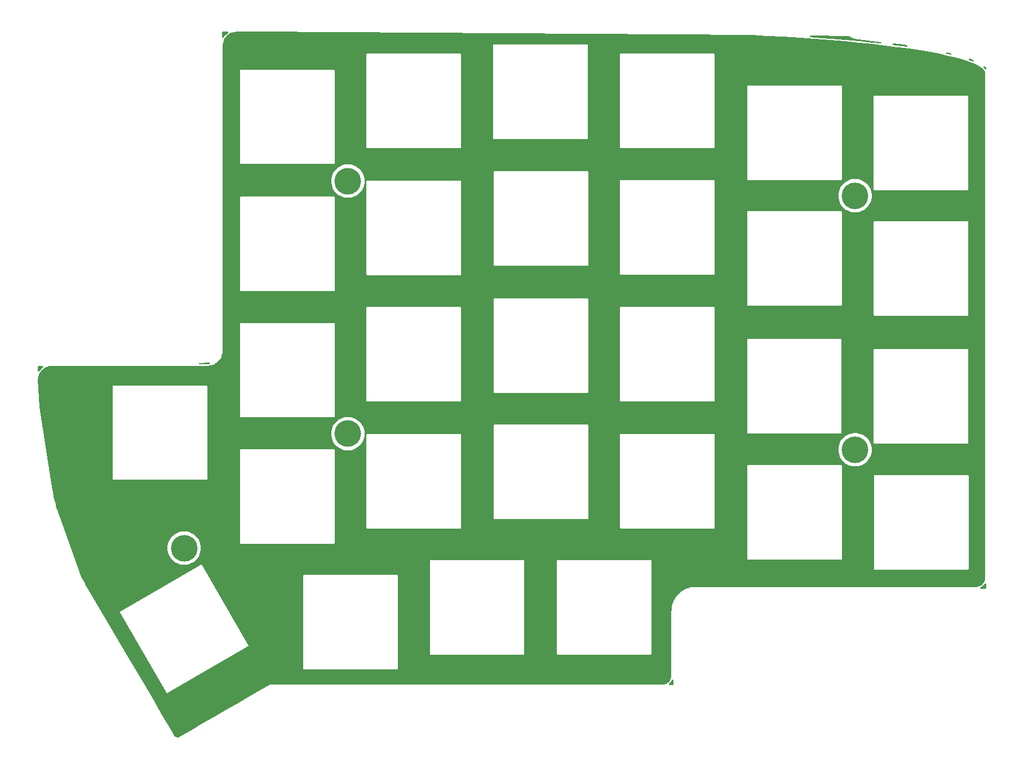
<source format=gtl>
G04 #@! TF.GenerationSoftware,KiCad,Pcbnew,7.0.10*
G04 #@! TF.CreationDate,2024-04-22T20:11:16+02:00*
G04 #@! TF.ProjectId,Lily58_Pro_TOP,4c696c79-3538-45f5-9072-6f5f544f502e,rev?*
G04 #@! TF.SameCoordinates,Original*
G04 #@! TF.FileFunction,Copper,L1,Top*
G04 #@! TF.FilePolarity,Positive*
%FSLAX46Y46*%
G04 Gerber Fmt 4.6, Leading zero omitted, Abs format (unit mm)*
G04 Created by KiCad (PCBNEW 7.0.10) date 2024-04-22 20:11:16*
%MOMM*%
%LPD*%
G01*
G04 APERTURE LIST*
G04 #@! TA.AperFunction,ComponentPad*
%ADD10C,4.000000*%
G04 #@! TD*
G04 APERTURE END LIST*
D10*
X129600000Y-57700000D03*
X205800000Y-59900000D03*
X205800000Y-98100000D03*
X129600000Y-95700000D03*
X105000000Y-112900000D03*
G04 #@! TA.AperFunction,NonConductor*
G36*
X111510367Y-35205647D02*
G01*
X111578344Y-35226122D01*
X111624462Y-35280101D01*
X111634076Y-35350443D01*
X111604133Y-35414817D01*
X111590279Y-35427775D01*
X111586373Y-35431889D01*
X111575197Y-35442312D01*
X111271074Y-35693227D01*
X111258572Y-35702313D01*
X111256894Y-35703381D01*
X111252206Y-35707527D01*
X111248062Y-35712214D01*
X111246988Y-35713902D01*
X111237909Y-35726398D01*
X110987039Y-36030575D01*
X110976618Y-36041754D01*
X110975059Y-36043234D01*
X110971296Y-36048144D01*
X110968156Y-36053472D01*
X110967366Y-36055476D01*
X110960911Y-36069320D01*
X110933198Y-36120420D01*
X110883140Y-36170766D01*
X110813809Y-36186056D01*
X110747218Y-36161436D01*
X110704509Y-36104722D01*
X110696439Y-36059833D01*
X110699476Y-35326352D01*
X110719760Y-35258318D01*
X110773608Y-35212048D01*
X110826350Y-35200880D01*
X111510367Y-35205647D01*
G37*
G04 #@! TD.AperFunction*
G04 #@! TA.AperFunction,NonConductor*
G36*
X204782383Y-35855626D02*
G01*
X204837847Y-35868923D01*
X205700000Y-36300000D01*
X209664439Y-36782161D01*
X209729646Y-36810241D01*
X209769321Y-36869117D01*
X209770866Y-36940097D01*
X209733792Y-37000645D01*
X209669869Y-37031537D01*
X209634902Y-37032422D01*
X208455131Y-36897426D01*
X208452021Y-36896837D01*
X208430255Y-36894573D01*
X208428970Y-36894432D01*
X208407207Y-36891942D01*
X208404025Y-36891845D01*
X206433174Y-36686873D01*
X206430314Y-36686361D01*
X206408160Y-36684267D01*
X206406990Y-36684151D01*
X206384908Y-36681855D01*
X206381996Y-36681795D01*
X204320716Y-36487044D01*
X204318055Y-36486591D01*
X204295711Y-36484676D01*
X204294629Y-36484579D01*
X204272204Y-36482461D01*
X204269501Y-36482429D01*
X202366465Y-36319331D01*
X202121267Y-36298316D01*
X202118763Y-36297913D01*
X202096019Y-36296149D01*
X202095011Y-36296067D01*
X202072534Y-36294141D01*
X202070011Y-36294133D01*
X199838599Y-36121096D01*
X199836258Y-36120738D01*
X199813509Y-36119147D01*
X199812565Y-36119077D01*
X199789688Y-36117304D01*
X199787294Y-36117315D01*
X199198575Y-36076162D01*
X199076364Y-36067619D01*
X199009805Y-36042917D01*
X198967166Y-35986150D01*
X198961987Y-35915342D01*
X198995912Y-35852975D01*
X199058169Y-35818850D01*
X199086024Y-35815930D01*
X204782383Y-35855626D01*
G37*
G04 #@! TD.AperFunction*
G04 #@! TA.AperFunction,NonConductor*
G36*
X213096645Y-37199592D02*
G01*
X213103304Y-37200583D01*
X213475026Y-37266181D01*
X213578080Y-37284367D01*
X213641688Y-37315903D01*
X213678149Y-37376822D01*
X213675886Y-37447783D01*
X213635619Y-37506256D01*
X213570131Y-37533676D01*
X213538853Y-37533253D01*
X212212887Y-37349135D01*
X212209130Y-37348333D01*
X212188276Y-37345707D01*
X212186701Y-37345499D01*
X212165763Y-37342592D01*
X212161927Y-37342388D01*
X211556906Y-37266181D01*
X211491819Y-37237823D01*
X211452396Y-37178778D01*
X211451153Y-37107792D01*
X211488486Y-37047403D01*
X211552540Y-37016784D01*
X211587859Y-37016091D01*
X213096645Y-37199592D01*
G37*
G04 #@! TD.AperFunction*
G04 #@! TA.AperFunction,NonConductor*
G36*
X219657153Y-38357144D02*
G01*
X219893581Y-38398867D01*
X219906272Y-38401792D01*
X220122664Y-38463618D01*
X220165940Y-38475983D01*
X220225945Y-38513930D01*
X220255908Y-38578294D01*
X220246317Y-38648640D01*
X220200217Y-38702633D01*
X220132244Y-38723132D01*
X220101747Y-38719614D01*
X219769641Y-38639411D01*
X219762440Y-38637168D01*
X219758848Y-38636402D01*
X219758846Y-38636401D01*
X219746241Y-38633714D01*
X219742972Y-38632971D01*
X219742827Y-38632936D01*
X219730449Y-38629947D01*
X219730448Y-38629947D01*
X219726895Y-38629089D01*
X219719425Y-38627997D01*
X219608997Y-38604460D01*
X219546542Y-38570697D01*
X219512256Y-38508528D01*
X219517024Y-38437692D01*
X219559331Y-38380678D01*
X219625747Y-38355588D01*
X219657153Y-38357144D01*
G37*
G04 #@! TD.AperFunction*
G04 #@! TA.AperFunction,NonConductor*
G36*
X223063645Y-39303898D02*
G01*
X223385341Y-39395811D01*
X223413236Y-39407564D01*
X223583510Y-39504864D01*
X223632731Y-39556028D01*
X223646478Y-39625681D01*
X223620384Y-39691709D01*
X223562736Y-39733148D01*
X223491836Y-39736841D01*
X223475766Y-39731864D01*
X222983802Y-39542653D01*
X222927402Y-39499531D01*
X222903268Y-39432762D01*
X222919064Y-39363545D01*
X222969774Y-39313855D01*
X223039298Y-39299470D01*
X223063645Y-39303898D01*
G37*
G04 #@! TD.AperFunction*
G04 #@! TA.AperFunction,NonConductor*
G36*
X225252343Y-40459131D02*
G01*
X225262951Y-40464543D01*
X225288319Y-40479039D01*
X225436514Y-40563722D01*
X225485735Y-40614886D01*
X225500000Y-40673121D01*
X225500000Y-40750204D01*
X225479998Y-40818325D01*
X225426342Y-40864818D01*
X225356068Y-40874922D01*
X225291488Y-40845428D01*
X225270578Y-40822176D01*
X225244142Y-40784188D01*
X225239915Y-40777697D01*
X225235268Y-40770058D01*
X225235267Y-40770056D01*
X225235264Y-40770053D01*
X225233826Y-40768358D01*
X225233271Y-40767636D01*
X225232624Y-40767024D01*
X225231078Y-40765414D01*
X225223933Y-40759997D01*
X225217909Y-40755131D01*
X225118297Y-40669486D01*
X225079683Y-40609909D01*
X225079410Y-40538912D01*
X225117564Y-40479039D01*
X225182030Y-40449297D01*
X225252343Y-40459131D01*
G37*
G04 #@! TD.AperFunction*
G04 #@! TA.AperFunction,NonConductor*
G36*
X108798731Y-85033236D02*
G01*
X108846228Y-85086005D01*
X108857656Y-85156076D01*
X108829386Y-85221201D01*
X108770395Y-85260705D01*
X108745243Y-85265866D01*
X108481094Y-85292458D01*
X108468472Y-85293092D01*
X107323745Y-85293083D01*
X107255624Y-85273080D01*
X107209132Y-85219424D01*
X107199029Y-85149150D01*
X107228522Y-85084570D01*
X107288249Y-85046187D01*
X107321359Y-85041106D01*
X108730250Y-85014523D01*
X108798731Y-85033236D01*
G37*
G04 #@! TD.AperFunction*
G04 #@! TA.AperFunction,NonConductor*
G36*
X83794514Y-85505015D02*
G01*
X83842011Y-85557784D01*
X83853439Y-85627855D01*
X83825169Y-85692980D01*
X83808488Y-85709555D01*
X83520943Y-85946278D01*
X83508781Y-85955128D01*
X83506785Y-85956405D01*
X83502229Y-85960451D01*
X83498192Y-85965008D01*
X83496918Y-85967006D01*
X83488084Y-85979179D01*
X83238501Y-86283145D01*
X83228334Y-86294127D01*
X83226570Y-86295817D01*
X83226346Y-86296114D01*
X83225982Y-86296382D01*
X83219427Y-86302669D01*
X83218613Y-86301820D01*
X83169219Y-86338269D01*
X83098371Y-86342846D01*
X83036294Y-86308394D01*
X83002698Y-86245849D01*
X83000000Y-86219913D01*
X83000000Y-85623645D01*
X83020002Y-85555524D01*
X83073658Y-85509031D01*
X83123620Y-85497667D01*
X83726029Y-85486301D01*
X83794514Y-85505015D01*
G37*
G04 #@! TD.AperFunction*
G04 #@! TA.AperFunction,NonConductor*
G36*
X225421062Y-118209602D02*
G01*
X225476782Y-118253600D01*
X225499869Y-118320738D01*
X225500000Y-118326483D01*
X225500000Y-118874000D01*
X225479998Y-118942121D01*
X225426342Y-118988614D01*
X225374000Y-119000000D01*
X224734677Y-119000000D01*
X224666556Y-118979998D01*
X224620063Y-118926342D01*
X224609959Y-118856068D01*
X224639453Y-118791488D01*
X224674597Y-118763246D01*
X224832698Y-118677486D01*
X224846549Y-118671030D01*
X224848551Y-118670241D01*
X224848555Y-118670237D01*
X224853876Y-118667101D01*
X224858780Y-118663340D01*
X224858787Y-118663337D01*
X224860257Y-118661788D01*
X224871440Y-118651358D01*
X225072045Y-118485878D01*
X225084556Y-118476790D01*
X225086227Y-118475727D01*
X225086231Y-118475721D01*
X225090916Y-118471580D01*
X225095056Y-118466898D01*
X225095060Y-118466895D01*
X225096128Y-118465216D01*
X225105218Y-118452703D01*
X225270686Y-118252111D01*
X225281104Y-118240940D01*
X225282668Y-118239455D01*
X225282668Y-118239453D01*
X225287232Y-118235120D01*
X225350401Y-118202713D01*
X225421062Y-118209602D01*
G37*
G04 #@! TD.AperFunction*
G04 #@! TA.AperFunction,NonConductor*
G36*
X178449228Y-132696884D02*
G01*
X178491933Y-132753602D01*
X178500000Y-132797962D01*
X178500000Y-133374000D01*
X178479998Y-133442121D01*
X178426342Y-133488614D01*
X178374000Y-133500000D01*
X177927925Y-133500000D01*
X177859804Y-133479998D01*
X177813311Y-133426342D01*
X177803207Y-133356068D01*
X177832701Y-133291488D01*
X177847746Y-133276803D01*
X177931392Y-133207802D01*
X177943897Y-133198718D01*
X177945575Y-133197651D01*
X177945578Y-133197646D01*
X177945581Y-133197645D01*
X177950262Y-133193506D01*
X177954401Y-133188825D01*
X177954402Y-133188822D01*
X177954407Y-133188819D01*
X177955474Y-133187141D01*
X177964556Y-133174639D01*
X178130033Y-132974035D01*
X178140473Y-132962843D01*
X178142016Y-132961378D01*
X178142018Y-132961373D01*
X178145781Y-132956466D01*
X178148916Y-132951148D01*
X178148916Y-132951146D01*
X178148921Y-132951141D01*
X178149714Y-132949128D01*
X178156160Y-132935301D01*
X178263246Y-132737882D01*
X178313307Y-132687543D01*
X178382639Y-132672259D01*
X178449228Y-132696884D01*
G37*
G04 #@! TD.AperFunction*
G04 #@! TA.AperFunction,NonConductor*
G36*
X115882359Y-35236114D02*
G01*
X190321210Y-35754851D01*
X190326418Y-35754998D01*
X192490743Y-35861652D01*
X192491431Y-35861688D01*
X195000201Y-36001760D01*
X195000609Y-36001785D01*
X197437182Y-36154528D01*
X197437610Y-36154556D01*
X199797830Y-36319541D01*
X199798299Y-36319575D01*
X202078943Y-36496429D01*
X202079648Y-36496487D01*
X204276632Y-36684777D01*
X204277606Y-36684866D01*
X206387240Y-36884186D01*
X206388364Y-36884297D01*
X207662259Y-37016784D01*
X208407095Y-37094248D01*
X208408385Y-37094389D01*
X210332781Y-37314589D01*
X210334050Y-37314741D01*
X212160155Y-37544753D01*
X212161738Y-37544962D01*
X212327762Y-37568015D01*
X213886197Y-37784412D01*
X213887758Y-37784641D01*
X215506681Y-38033086D01*
X215508493Y-38033379D01*
X217017981Y-38290363D01*
X217020196Y-38290762D01*
X218416469Y-38555826D01*
X218419098Y-38556356D01*
X219698467Y-38829046D01*
X219701654Y-38829770D01*
X220859981Y-39109503D01*
X220863984Y-39110540D01*
X221892012Y-39395231D01*
X221897322Y-39396702D01*
X221902394Y-39398222D01*
X222806417Y-39689986D01*
X222812915Y-39692283D01*
X223326612Y-39889851D01*
X223582947Y-39988439D01*
X223591616Y-39992151D01*
X224222434Y-40290692D01*
X224234279Y-40297093D01*
X224719806Y-40594097D01*
X224736183Y-40606028D01*
X225070342Y-40893334D01*
X225091615Y-40916900D01*
X225274835Y-41180177D01*
X225294171Y-41223746D01*
X225354173Y-41483064D01*
X225357416Y-41511468D01*
X225357416Y-117327205D01*
X225356783Y-117339824D01*
X225329753Y-117608367D01*
X225324733Y-117633063D01*
X225305573Y-117694854D01*
X225250747Y-117871667D01*
X225241155Y-117894426D01*
X225124013Y-118110383D01*
X225110456Y-118130484D01*
X224955136Y-118318774D01*
X224938117Y-118335794D01*
X224749809Y-118491130D01*
X224729707Y-118504687D01*
X224513755Y-118621826D01*
X224490994Y-118631418D01*
X224252397Y-118705400D01*
X224227700Y-118710419D01*
X223959157Y-118737450D01*
X223946538Y-118738084D01*
X181841574Y-118738084D01*
X181832956Y-118737158D01*
X181832934Y-118737558D01*
X181823036Y-118736995D01*
X181823035Y-118736995D01*
X181818506Y-118737451D01*
X181805888Y-118738084D01*
X181801347Y-118738084D01*
X181801344Y-118738084D01*
X181791558Y-118739635D01*
X181791495Y-118739241D01*
X181783019Y-118741022D01*
X181114200Y-118808340D01*
X181099895Y-118808962D01*
X181096880Y-118808921D01*
X181091137Y-118809751D01*
X181085532Y-118811227D01*
X181082765Y-118812445D01*
X181069350Y-118817457D01*
X180437233Y-119013462D01*
X180422843Y-119017012D01*
X180420317Y-119017479D01*
X180414652Y-119019482D01*
X180409273Y-119022133D01*
X180407173Y-119023616D01*
X180394584Y-119031436D01*
X179823869Y-119341010D01*
X179810022Y-119347467D01*
X179809210Y-119347787D01*
X179808014Y-119348259D01*
X179802687Y-119351399D01*
X179797773Y-119355167D01*
X179796293Y-119356726D01*
X179785118Y-119367146D01*
X179288589Y-119776732D01*
X179276089Y-119785814D01*
X179274407Y-119786884D01*
X179269717Y-119791030D01*
X179265568Y-119795724D01*
X179264497Y-119797406D01*
X179255417Y-119809901D01*
X178845829Y-120306434D01*
X178835410Y-120317609D01*
X178833847Y-120319093D01*
X178830078Y-120324009D01*
X178826938Y-120329336D01*
X178826143Y-120331352D01*
X178819690Y-120345187D01*
X178510112Y-120915910D01*
X178502292Y-120928499D01*
X178500813Y-120930593D01*
X178498157Y-120935983D01*
X178496159Y-120941634D01*
X178495692Y-120944162D01*
X178492141Y-120958558D01*
X178296136Y-121590672D01*
X178291126Y-121604082D01*
X178289907Y-121606852D01*
X178288432Y-121612454D01*
X178287601Y-121618200D01*
X178287642Y-121621216D01*
X178287020Y-121635521D01*
X178219702Y-122304339D01*
X178217921Y-122312815D01*
X178218315Y-122312878D01*
X178216764Y-122322670D01*
X178216764Y-122327207D01*
X178216131Y-122339824D01*
X178215675Y-122344354D01*
X178216238Y-122354255D01*
X178215838Y-122354277D01*
X178216764Y-122362895D01*
X178216764Y-132049129D01*
X178216131Y-132061748D01*
X178189101Y-132330290D01*
X178184081Y-132354989D01*
X178110095Y-132593589D01*
X178100503Y-132616348D01*
X177983363Y-132832303D01*
X177969806Y-132852404D01*
X177814476Y-133040706D01*
X177797456Y-133057726D01*
X177609160Y-133213051D01*
X177589063Y-133226606D01*
X177469450Y-133291488D01*
X177373105Y-133343748D01*
X177350346Y-133353339D01*
X177111745Y-133427325D01*
X177087046Y-133432345D01*
X176818505Y-133459375D01*
X176805886Y-133460008D01*
X117910511Y-133460008D01*
X117891058Y-133455885D01*
X117891000Y-133456452D01*
X117871150Y-133454390D01*
X117871149Y-133454390D01*
X117847833Y-133459375D01*
X117823646Y-133464546D01*
X117819619Y-133466097D01*
X117801326Y-133474254D01*
X117798978Y-133475017D01*
X117782837Y-133486744D01*
X117781802Y-133485320D01*
X117771093Y-133494972D01*
X117484304Y-133661008D01*
X116147956Y-134434683D01*
X116118773Y-134451579D01*
X116118772Y-134451579D01*
X114472262Y-135404821D01*
X114472261Y-135404822D01*
X112796568Y-136374961D01*
X111120873Y-137345099D01*
X111120872Y-137345100D01*
X109445179Y-138315239D01*
X107769484Y-139285377D01*
X107769483Y-139285378D01*
X106093790Y-140255517D01*
X106093789Y-140255517D01*
X104406340Y-141232459D01*
X104404064Y-141233745D01*
X104244434Y-141321791D01*
X104222364Y-141331344D01*
X104140108Y-141357955D01*
X104112122Y-141363608D01*
X104025184Y-141371086D01*
X104013103Y-141371543D01*
X103943259Y-141370832D01*
X103907132Y-141365157D01*
X103845245Y-141345915D01*
X103830072Y-141340100D01*
X103745763Y-141301381D01*
X103731210Y-141293502D01*
X103625260Y-141226787D01*
X103594370Y-141199324D01*
X103532936Y-141123247D01*
X103522335Y-141107927D01*
X103123613Y-140429465D01*
X101841103Y-138247156D01*
X101841102Y-138247155D01*
X100159426Y-135385629D01*
X100159424Y-135385627D01*
X98477750Y-132524102D01*
X98477749Y-132524101D01*
X96796073Y-129662575D01*
X96796072Y-129662574D01*
X95114396Y-126801048D01*
X95114394Y-126801046D01*
X93432720Y-123939521D01*
X93432719Y-123939520D01*
X92574329Y-122478891D01*
X95331790Y-122478891D01*
X95333189Y-122505569D01*
X95333857Y-122508711D01*
X95350184Y-122536989D01*
X95366511Y-122565268D01*
X102229077Y-134451579D01*
X102325573Y-134618714D01*
X102325576Y-134618721D01*
X102366521Y-134689641D01*
X102368914Y-134691796D01*
X102391308Y-134706338D01*
X102397190Y-134708957D01*
X102422984Y-134715869D01*
X102426183Y-134716205D01*
X102426185Y-134716206D01*
X102426186Y-134716205D01*
X102429394Y-134716543D01*
X102456046Y-134715145D01*
X102459201Y-134714475D01*
X102459201Y-134714474D01*
X102459202Y-134714475D01*
X102502214Y-134689642D01*
X108750737Y-131082055D01*
X122897974Y-131082055D01*
X122898967Y-131085113D01*
X122911092Y-131108908D01*
X122914878Y-131114119D01*
X122933758Y-131132998D01*
X122938972Y-131136786D01*
X122962751Y-131148903D01*
X122965820Y-131149900D01*
X137031325Y-131149900D01*
X137034394Y-131148902D01*
X137058166Y-131136789D01*
X137060778Y-131134890D01*
X137060781Y-131134890D01*
X137060782Y-131134888D01*
X137063391Y-131132993D01*
X137082262Y-131114122D01*
X137084157Y-131111513D01*
X137084159Y-131111512D01*
X137084159Y-131111509D01*
X137086058Y-131108897D01*
X137098171Y-131085125D01*
X137099169Y-131082055D01*
X137099169Y-128831620D01*
X141898531Y-128831620D01*
X141899524Y-128834678D01*
X141911649Y-128858473D01*
X141915435Y-128863684D01*
X141934315Y-128882563D01*
X141939529Y-128886351D01*
X141963308Y-128898468D01*
X141966377Y-128899465D01*
X156031882Y-128899465D01*
X156034951Y-128898467D01*
X156058723Y-128886354D01*
X156061335Y-128884455D01*
X156061338Y-128884455D01*
X156061339Y-128884453D01*
X156063948Y-128882558D01*
X156082819Y-128863687D01*
X156084714Y-128861078D01*
X156084716Y-128861077D01*
X156084716Y-128861074D01*
X156086615Y-128858462D01*
X156098728Y-128834690D01*
X156099238Y-128833120D01*
X160999035Y-128833120D01*
X161000028Y-128836178D01*
X161012153Y-128859973D01*
X161015939Y-128865184D01*
X161034819Y-128884063D01*
X161040033Y-128887851D01*
X161063812Y-128899968D01*
X161066881Y-128900965D01*
X175132656Y-128900965D01*
X175135725Y-128899967D01*
X175159497Y-128887854D01*
X175162109Y-128885955D01*
X175162112Y-128885955D01*
X175162113Y-128885953D01*
X175164722Y-128884058D01*
X175183593Y-128865187D01*
X175185488Y-128862578D01*
X175185490Y-128862577D01*
X175185490Y-128862574D01*
X175187389Y-128859962D01*
X175199502Y-128836190D01*
X175200500Y-128833120D01*
X175200500Y-116081903D01*
X208648190Y-116081903D01*
X208649183Y-116084961D01*
X208661308Y-116108756D01*
X208665094Y-116113967D01*
X208683974Y-116132846D01*
X208689188Y-116136634D01*
X208712967Y-116148751D01*
X208716036Y-116149748D01*
X222781540Y-116149748D01*
X222784609Y-116148750D01*
X222808381Y-116136637D01*
X222810993Y-116134738D01*
X222810996Y-116134738D01*
X222810997Y-116134736D01*
X222813606Y-116132841D01*
X222832477Y-116113970D01*
X222834372Y-116111361D01*
X222834374Y-116111360D01*
X222834374Y-116111357D01*
X222836273Y-116108745D01*
X222848386Y-116084973D01*
X222849384Y-116081903D01*
X222849384Y-102016572D01*
X222848387Y-102013504D01*
X222836270Y-101989725D01*
X222832482Y-101984511D01*
X222813603Y-101965631D01*
X222808392Y-101961845D01*
X222784597Y-101949720D01*
X222781539Y-101948727D01*
X222781538Y-101948727D01*
X222764801Y-101948727D01*
X208781344Y-101948727D01*
X208716036Y-101948727D01*
X208716034Y-101948728D01*
X208712974Y-101949722D01*
X208689182Y-101961844D01*
X208683978Y-101965625D01*
X208665088Y-101984515D01*
X208661307Y-101989719D01*
X208649185Y-102013511D01*
X208648190Y-102016574D01*
X208648190Y-116081903D01*
X175200500Y-116081903D01*
X175200500Y-114767345D01*
X175199503Y-114764277D01*
X175187386Y-114740498D01*
X175183598Y-114735284D01*
X175164719Y-114716404D01*
X175159508Y-114712618D01*
X175135713Y-114700493D01*
X175132655Y-114699500D01*
X175132654Y-114699500D01*
X175115917Y-114699500D01*
X161132189Y-114699500D01*
X161066881Y-114699500D01*
X161066879Y-114699501D01*
X161063819Y-114700495D01*
X161040027Y-114712617D01*
X161034823Y-114716398D01*
X161015933Y-114735288D01*
X161012152Y-114740492D01*
X161000030Y-114764284D01*
X160999035Y-114767347D01*
X160999035Y-128833120D01*
X156099238Y-128833120D01*
X156099726Y-128831620D01*
X156099726Y-114766289D01*
X156098729Y-114763221D01*
X156086612Y-114739442D01*
X156082824Y-114734228D01*
X156063945Y-114715348D01*
X156058734Y-114711562D01*
X156034939Y-114699437D01*
X156031881Y-114698444D01*
X156031880Y-114698444D01*
X156015143Y-114698444D01*
X142031685Y-114698444D01*
X141966377Y-114698444D01*
X141966375Y-114698445D01*
X141963315Y-114699439D01*
X141939523Y-114711561D01*
X141934319Y-114715342D01*
X141915429Y-114734232D01*
X141911648Y-114739436D01*
X141899526Y-114763228D01*
X141898531Y-114766291D01*
X141898531Y-128831620D01*
X137099169Y-128831620D01*
X137099169Y-117016724D01*
X137098172Y-117013656D01*
X137086055Y-116989877D01*
X137082267Y-116984663D01*
X137063388Y-116965783D01*
X137058177Y-116961997D01*
X137034382Y-116949872D01*
X137031324Y-116948879D01*
X137031323Y-116948879D01*
X137014586Y-116948879D01*
X123031128Y-116948879D01*
X122965820Y-116948879D01*
X122965818Y-116948880D01*
X122962758Y-116949874D01*
X122938966Y-116961996D01*
X122933762Y-116965777D01*
X122914872Y-116984667D01*
X122911091Y-116989871D01*
X122898969Y-117013663D01*
X122897974Y-117016726D01*
X122897974Y-131082055D01*
X108750737Y-131082055D01*
X114591391Y-127709951D01*
X114615450Y-127699240D01*
X114623867Y-127696506D01*
X114623869Y-127696502D01*
X114632854Y-127689975D01*
X114640281Y-127681725D01*
X114640284Y-127681724D01*
X114640285Y-127681721D01*
X114642442Y-127679326D01*
X114656973Y-127656951D01*
X114658286Y-127654000D01*
X114658290Y-127653997D01*
X114658290Y-127653991D01*
X114658494Y-127653535D01*
X114660440Y-127650165D01*
X114661289Y-127647953D01*
X114662097Y-127644152D01*
X114662252Y-127643673D01*
X114662255Y-127643670D01*
X114662255Y-127643665D01*
X114665685Y-127633113D01*
X114666845Y-127622063D01*
X114666847Y-127622061D01*
X114666846Y-127622058D01*
X114667183Y-127618854D01*
X114665787Y-127592200D01*
X114665007Y-127588527D01*
X114664600Y-127584663D01*
X114663998Y-127582415D01*
X114662418Y-127578865D01*
X114662255Y-127578366D01*
X114662255Y-127578362D01*
X114650030Y-127561535D01*
X114642862Y-127550496D01*
X107640821Y-115422607D01*
X107636697Y-115415464D01*
X107636691Y-115415456D01*
X107632452Y-115408113D01*
X107632450Y-115408112D01*
X107630056Y-115405956D01*
X107607664Y-115391414D01*
X107601788Y-115388798D01*
X107575993Y-115381886D01*
X107569596Y-115381213D01*
X107542910Y-115382612D01*
X107539772Y-115383279D01*
X107530214Y-115388798D01*
X107525278Y-115391648D01*
X95415249Y-122383376D01*
X95391344Y-122397177D01*
X95358690Y-122416030D01*
X95356543Y-122418414D01*
X95341989Y-122440825D01*
X95339375Y-122446697D01*
X95332463Y-122472493D01*
X95331790Y-122478891D01*
X92574329Y-122478891D01*
X91751043Y-121077994D01*
X91751042Y-121077993D01*
X90134021Y-118326483D01*
X90084687Y-118242537D01*
X90082014Y-118237752D01*
X89923346Y-117938498D01*
X89918946Y-117930199D01*
X89918942Y-117930192D01*
X89774107Y-117657028D01*
X89774106Y-117657027D01*
X89624869Y-117375557D01*
X89624869Y-117375556D01*
X89538968Y-117213545D01*
X89536648Y-117209170D01*
X89529419Y-117192831D01*
X89466021Y-117016726D01*
X87984002Y-112900006D01*
X102486540Y-112900006D01*
X102506357Y-113215007D01*
X102506359Y-113215024D01*
X102565504Y-113525067D01*
X102565507Y-113525080D01*
X102663039Y-113825254D01*
X102663044Y-113825266D01*
X102797438Y-114110869D01*
X102797440Y-114110872D01*
X102797443Y-114110878D01*
X102966562Y-114377368D01*
X103167763Y-114620578D01*
X103167766Y-114620580D01*
X103167767Y-114620582D01*
X103397860Y-114836654D01*
X103653221Y-115022184D01*
X103929821Y-115174247D01*
X104223298Y-115290443D01*
X104529025Y-115368940D01*
X104529033Y-115368941D01*
X104529032Y-115368941D01*
X104642531Y-115383279D01*
X104842179Y-115408500D01*
X104842183Y-115408500D01*
X105157817Y-115408500D01*
X105157821Y-115408500D01*
X105470975Y-115368940D01*
X105776702Y-115290443D01*
X106070179Y-115174247D01*
X106346779Y-115022184D01*
X106602140Y-114836654D01*
X106832233Y-114620582D01*
X106864994Y-114580981D01*
X189599243Y-114580981D01*
X189600236Y-114584039D01*
X189612361Y-114607834D01*
X189616147Y-114613045D01*
X189635027Y-114631924D01*
X189640241Y-114635712D01*
X189664020Y-114647829D01*
X189667089Y-114648826D01*
X203732593Y-114648826D01*
X203735662Y-114647828D01*
X203759434Y-114635715D01*
X203762046Y-114633816D01*
X203762049Y-114633816D01*
X203762050Y-114633814D01*
X203764659Y-114631919D01*
X203783530Y-114613048D01*
X203785425Y-114610439D01*
X203785427Y-114610438D01*
X203785427Y-114610435D01*
X203787326Y-114607823D01*
X203799439Y-114584051D01*
X203800437Y-114580981D01*
X203800437Y-100515650D01*
X203799440Y-100512582D01*
X203787323Y-100488803D01*
X203783535Y-100483589D01*
X203764656Y-100464709D01*
X203759445Y-100460923D01*
X203735650Y-100448798D01*
X203732592Y-100447805D01*
X203732591Y-100447805D01*
X203715854Y-100447805D01*
X189732397Y-100447805D01*
X189667089Y-100447805D01*
X189667087Y-100447806D01*
X189664027Y-100448800D01*
X189640235Y-100460922D01*
X189635031Y-100464703D01*
X189616141Y-100483593D01*
X189612360Y-100488797D01*
X189600238Y-100512589D01*
X189599243Y-100515652D01*
X189599243Y-114580981D01*
X106864994Y-114580981D01*
X107033432Y-114377375D01*
X107033434Y-114377370D01*
X107033437Y-114377368D01*
X107202556Y-114110878D01*
X107202562Y-114110869D01*
X107336956Y-113825266D01*
X107434495Y-113525072D01*
X107493641Y-113215020D01*
X107506568Y-113009547D01*
X107513460Y-112900006D01*
X107513460Y-112899993D01*
X107493642Y-112584992D01*
X107493640Y-112584975D01*
X107434495Y-112274928D01*
X107404699Y-112183226D01*
X113398395Y-112183226D01*
X113399388Y-112186284D01*
X113411513Y-112210079D01*
X113415299Y-112215290D01*
X113434179Y-112234169D01*
X113439393Y-112237957D01*
X113463172Y-112250074D01*
X113466241Y-112251071D01*
X127531745Y-112251071D01*
X127534814Y-112250073D01*
X127558586Y-112237960D01*
X127561198Y-112236061D01*
X127561201Y-112236061D01*
X127561202Y-112236059D01*
X127563811Y-112234164D01*
X127582682Y-112215293D01*
X127584577Y-112212684D01*
X127584579Y-112212683D01*
X127584579Y-112212680D01*
X127586478Y-112210068D01*
X127598591Y-112186296D01*
X127599589Y-112183226D01*
X127599589Y-109881777D01*
X132399588Y-109881777D01*
X132400581Y-109884835D01*
X132412706Y-109908630D01*
X132416492Y-109913841D01*
X132435372Y-109932720D01*
X132440586Y-109936508D01*
X132464365Y-109948625D01*
X132467434Y-109949622D01*
X146532938Y-109949622D01*
X146536007Y-109948624D01*
X146559779Y-109936511D01*
X146562391Y-109934612D01*
X146562394Y-109934612D01*
X146562395Y-109934610D01*
X146565004Y-109932715D01*
X146583875Y-109913844D01*
X146585770Y-109911235D01*
X146585772Y-109911234D01*
X146585772Y-109911231D01*
X146587671Y-109908619D01*
X146599784Y-109884847D01*
X146600712Y-109881991D01*
X170498742Y-109881991D01*
X170499735Y-109885049D01*
X170511860Y-109908844D01*
X170515646Y-109914055D01*
X170534526Y-109932934D01*
X170539740Y-109936722D01*
X170563519Y-109948839D01*
X170566588Y-109949836D01*
X184632092Y-109949836D01*
X184635161Y-109948838D01*
X184658933Y-109936725D01*
X184661545Y-109934826D01*
X184661548Y-109934826D01*
X184661549Y-109934824D01*
X184664158Y-109932929D01*
X184683029Y-109914058D01*
X184684924Y-109911449D01*
X184684926Y-109911448D01*
X184684926Y-109911445D01*
X184686825Y-109908833D01*
X184698938Y-109885061D01*
X184699936Y-109881991D01*
X184699936Y-98100006D01*
X203286540Y-98100006D01*
X203306357Y-98415007D01*
X203306359Y-98415024D01*
X203365504Y-98725067D01*
X203365507Y-98725080D01*
X203463039Y-99025254D01*
X203463044Y-99025266D01*
X203597438Y-99310869D01*
X203597440Y-99310872D01*
X203597443Y-99310878D01*
X203766562Y-99577368D01*
X203967763Y-99820578D01*
X203967766Y-99820580D01*
X203967767Y-99820582D01*
X204197860Y-100036654D01*
X204453221Y-100222184D01*
X204729821Y-100374247D01*
X205023298Y-100490443D01*
X205329025Y-100568940D01*
X205329033Y-100568941D01*
X205329032Y-100568941D01*
X205493129Y-100589670D01*
X205642179Y-100608500D01*
X205642183Y-100608500D01*
X205957817Y-100608500D01*
X205957821Y-100608500D01*
X206270975Y-100568940D01*
X206576702Y-100490443D01*
X206870179Y-100374247D01*
X207146779Y-100222184D01*
X207402140Y-100036654D01*
X207632233Y-99820582D01*
X207833432Y-99577375D01*
X207833434Y-99577370D01*
X207833437Y-99577368D01*
X208002556Y-99310878D01*
X208002562Y-99310869D01*
X208136956Y-99025266D01*
X208234495Y-98725072D01*
X208293641Y-98415020D01*
X208312334Y-98117896D01*
X208313460Y-98100006D01*
X208313460Y-98099993D01*
X208293642Y-97784992D01*
X208293640Y-97784975D01*
X208243955Y-97524521D01*
X208234495Y-97474928D01*
X208216836Y-97420578D01*
X208136960Y-97174745D01*
X208136955Y-97174732D01*
X208108981Y-97115284D01*
X208093891Y-97083217D01*
X208599414Y-97083217D01*
X208600407Y-97086275D01*
X208612532Y-97110070D01*
X208616318Y-97115281D01*
X208635198Y-97134160D01*
X208640412Y-97137948D01*
X208664191Y-97150065D01*
X208667260Y-97151062D01*
X222732764Y-97151062D01*
X222735833Y-97150064D01*
X222759605Y-97137951D01*
X222762217Y-97136052D01*
X222762220Y-97136052D01*
X222762221Y-97136050D01*
X222764830Y-97134155D01*
X222783701Y-97115284D01*
X222785596Y-97112675D01*
X222785598Y-97112674D01*
X222785598Y-97112671D01*
X222787497Y-97110059D01*
X222799610Y-97086287D01*
X222800608Y-97083217D01*
X222800608Y-83017886D01*
X222799611Y-83014818D01*
X222787494Y-82991039D01*
X222783706Y-82985825D01*
X222764827Y-82966945D01*
X222759616Y-82963159D01*
X222735821Y-82951034D01*
X222732763Y-82950041D01*
X222732762Y-82950041D01*
X222716025Y-82950041D01*
X208732568Y-82950041D01*
X208667260Y-82950041D01*
X208667258Y-82950042D01*
X208664198Y-82951036D01*
X208640406Y-82963158D01*
X208635202Y-82966939D01*
X208616312Y-82985829D01*
X208612531Y-82991033D01*
X208600409Y-83014825D01*
X208599414Y-83017888D01*
X208599414Y-97083217D01*
X208093891Y-97083217D01*
X208002562Y-96889131D01*
X208002556Y-96889121D01*
X207833437Y-96622631D01*
X207632236Y-96379421D01*
X207402139Y-96163345D01*
X207146781Y-95977817D01*
X207104385Y-95954509D01*
X206870179Y-95825753D01*
X206576702Y-95709557D01*
X206270975Y-95631060D01*
X206270970Y-95631059D01*
X206270965Y-95631058D01*
X206270967Y-95631058D01*
X205957835Y-95591501D01*
X205957824Y-95591500D01*
X205957821Y-95591500D01*
X205642179Y-95591500D01*
X205642176Y-95591500D01*
X205642164Y-95591501D01*
X205329033Y-95631058D01*
X205329025Y-95631059D01*
X205329025Y-95631060D01*
X205321551Y-95632979D01*
X205023301Y-95709556D01*
X205023299Y-95709556D01*
X205023298Y-95709557D01*
X204820610Y-95789807D01*
X204729821Y-95825753D01*
X204453218Y-95977817D01*
X204197861Y-96163345D01*
X204197860Y-96163345D01*
X203967763Y-96379421D01*
X203766562Y-96622631D01*
X203597443Y-96889121D01*
X203597436Y-96889135D01*
X203463044Y-97174732D01*
X203463039Y-97174745D01*
X203365507Y-97474919D01*
X203365504Y-97474932D01*
X203306359Y-97784975D01*
X203306357Y-97784992D01*
X203286540Y-98099993D01*
X203286540Y-98100006D01*
X184699936Y-98100006D01*
X184699936Y-95816660D01*
X184698939Y-95813592D01*
X184686822Y-95789813D01*
X184683034Y-95784599D01*
X184664155Y-95765719D01*
X184658944Y-95761933D01*
X184635149Y-95749808D01*
X184632091Y-95748815D01*
X184632090Y-95748815D01*
X184615353Y-95748815D01*
X170631896Y-95748815D01*
X170566588Y-95748815D01*
X170566586Y-95748816D01*
X170563526Y-95749810D01*
X170539734Y-95761932D01*
X170534530Y-95765713D01*
X170515640Y-95784603D01*
X170511859Y-95789807D01*
X170499737Y-95813599D01*
X170498742Y-95816662D01*
X170498742Y-109881991D01*
X146600712Y-109881991D01*
X146600782Y-109881777D01*
X146600782Y-108481184D01*
X151498313Y-108481184D01*
X151499306Y-108484242D01*
X151511431Y-108508037D01*
X151515217Y-108513248D01*
X151534097Y-108532127D01*
X151539311Y-108535915D01*
X151563090Y-108548032D01*
X151566159Y-108549029D01*
X165631663Y-108549029D01*
X165634732Y-108548031D01*
X165658504Y-108535918D01*
X165661116Y-108534019D01*
X165661119Y-108534019D01*
X165661120Y-108534017D01*
X165663729Y-108532122D01*
X165682600Y-108513251D01*
X165684495Y-108510642D01*
X165684497Y-108510641D01*
X165684497Y-108510638D01*
X165686396Y-108508026D01*
X165698509Y-108484254D01*
X165699507Y-108481184D01*
X165699507Y-95582036D01*
X189584358Y-95582036D01*
X189585351Y-95585094D01*
X189597476Y-95608889D01*
X189601262Y-95614100D01*
X189620142Y-95632979D01*
X189625356Y-95636767D01*
X189649135Y-95648884D01*
X189652204Y-95649881D01*
X203717708Y-95649881D01*
X203720777Y-95648883D01*
X203744549Y-95636770D01*
X203747161Y-95634871D01*
X203747164Y-95634871D01*
X203747165Y-95634869D01*
X203749774Y-95632974D01*
X203768645Y-95614103D01*
X203770540Y-95611494D01*
X203770542Y-95611493D01*
X203770542Y-95611490D01*
X203772441Y-95608878D01*
X203784554Y-95585106D01*
X203785552Y-95582036D01*
X203785552Y-81516705D01*
X203784555Y-81513637D01*
X203772438Y-81489858D01*
X203768650Y-81484644D01*
X203749771Y-81465764D01*
X203744560Y-81461978D01*
X203720765Y-81449853D01*
X203717707Y-81448860D01*
X203717706Y-81448860D01*
X203700969Y-81448860D01*
X189717512Y-81448860D01*
X189652204Y-81448860D01*
X189652202Y-81448861D01*
X189649142Y-81449855D01*
X189625350Y-81461977D01*
X189620146Y-81465758D01*
X189601256Y-81484648D01*
X189597475Y-81489852D01*
X189585353Y-81513644D01*
X189584358Y-81516707D01*
X189584358Y-95582036D01*
X165699507Y-95582036D01*
X165699507Y-94415853D01*
X165698510Y-94412785D01*
X165686393Y-94389006D01*
X165682605Y-94383792D01*
X165663726Y-94364912D01*
X165658515Y-94361126D01*
X165634720Y-94349001D01*
X165631662Y-94348008D01*
X165631661Y-94348008D01*
X165614924Y-94348008D01*
X151631467Y-94348008D01*
X151566159Y-94348008D01*
X151566157Y-94348009D01*
X151563097Y-94349003D01*
X151539305Y-94361125D01*
X151534101Y-94364906D01*
X151515211Y-94383796D01*
X151511430Y-94389000D01*
X151499308Y-94412792D01*
X151498313Y-94415855D01*
X151498313Y-108481184D01*
X146600782Y-108481184D01*
X146600782Y-95816446D01*
X146599785Y-95813378D01*
X146587668Y-95789599D01*
X146583880Y-95784385D01*
X146565001Y-95765505D01*
X146559790Y-95761719D01*
X146535995Y-95749594D01*
X146532937Y-95748601D01*
X146532936Y-95748601D01*
X146516199Y-95748601D01*
X132532742Y-95748601D01*
X132467434Y-95748601D01*
X132467432Y-95748602D01*
X132464372Y-95749596D01*
X132440580Y-95761718D01*
X132435376Y-95765499D01*
X132416486Y-95784389D01*
X132412705Y-95789593D01*
X132400583Y-95813385D01*
X132399588Y-95816448D01*
X132399588Y-109881777D01*
X127599589Y-109881777D01*
X127599589Y-98117895D01*
X127598592Y-98114827D01*
X127586475Y-98091048D01*
X127582687Y-98085834D01*
X127563808Y-98066954D01*
X127558597Y-98063168D01*
X127534802Y-98051043D01*
X127531744Y-98050050D01*
X127531743Y-98050050D01*
X127515006Y-98050050D01*
X113531549Y-98050050D01*
X113466241Y-98050050D01*
X113466239Y-98050051D01*
X113463179Y-98051045D01*
X113439387Y-98063167D01*
X113434183Y-98066948D01*
X113415293Y-98085838D01*
X113411512Y-98091042D01*
X113399390Y-98114834D01*
X113398395Y-98117897D01*
X113398395Y-112183226D01*
X107404699Y-112183226D01*
X107336956Y-111974734D01*
X107202562Y-111689131D01*
X107202556Y-111689121D01*
X107033437Y-111422631D01*
X106832236Y-111179421D01*
X106602139Y-110963345D01*
X106346781Y-110777817D01*
X106304385Y-110754509D01*
X106070179Y-110625753D01*
X105776702Y-110509557D01*
X105470975Y-110431060D01*
X105470970Y-110431059D01*
X105470965Y-110431058D01*
X105470967Y-110431058D01*
X105157835Y-110391501D01*
X105157824Y-110391500D01*
X105157821Y-110391500D01*
X104842179Y-110391500D01*
X104842176Y-110391500D01*
X104842164Y-110391501D01*
X104529033Y-110431058D01*
X104223301Y-110509556D01*
X103929821Y-110625753D01*
X103653218Y-110777817D01*
X103397861Y-110963345D01*
X103397860Y-110963345D01*
X103167763Y-111179421D01*
X102966562Y-111422631D01*
X102797443Y-111689121D01*
X102797436Y-111689135D01*
X102663044Y-111974732D01*
X102663039Y-111974745D01*
X102565507Y-112274919D01*
X102565504Y-112274932D01*
X102506359Y-112584975D01*
X102506357Y-112584992D01*
X102486540Y-112899993D01*
X102486540Y-112900006D01*
X87984002Y-112900006D01*
X85848681Y-106968560D01*
X85845363Y-106957865D01*
X85682245Y-106335173D01*
X85391403Y-105224907D01*
X85362011Y-105112706D01*
X85359417Y-105100270D01*
X84965945Y-102582047D01*
X94298778Y-102582047D01*
X94299771Y-102585105D01*
X94311896Y-102608900D01*
X94315682Y-102614111D01*
X94334562Y-102632990D01*
X94339776Y-102636778D01*
X94363555Y-102648895D01*
X94366624Y-102649892D01*
X108384124Y-102649892D01*
X108387193Y-102648894D01*
X108410965Y-102636781D01*
X108413577Y-102634882D01*
X108413580Y-102634882D01*
X108413581Y-102634880D01*
X108416190Y-102632985D01*
X108435061Y-102614114D01*
X108436956Y-102611505D01*
X108436958Y-102611504D01*
X108436958Y-102611501D01*
X108438857Y-102608889D01*
X108450970Y-102585117D01*
X108451968Y-102582047D01*
X108451968Y-95700006D01*
X127086540Y-95700006D01*
X127106357Y-96015007D01*
X127106359Y-96015024D01*
X127165504Y-96325067D01*
X127165507Y-96325080D01*
X127263039Y-96625254D01*
X127263044Y-96625266D01*
X127397438Y-96910869D01*
X127397440Y-96910872D01*
X127397443Y-96910878D01*
X127566562Y-97177368D01*
X127767763Y-97420578D01*
X127767766Y-97420580D01*
X127767767Y-97420582D01*
X127997860Y-97636654D01*
X128253221Y-97822184D01*
X128529821Y-97974247D01*
X128823298Y-98090443D01*
X129129025Y-98168940D01*
X129129033Y-98168941D01*
X129129032Y-98168941D01*
X129293129Y-98189670D01*
X129442179Y-98208500D01*
X129442183Y-98208500D01*
X129757817Y-98208500D01*
X129757821Y-98208500D01*
X130070975Y-98168940D01*
X130376702Y-98090443D01*
X130670179Y-97974247D01*
X130946779Y-97822184D01*
X131202140Y-97636654D01*
X131432233Y-97420582D01*
X131633432Y-97177375D01*
X131633434Y-97177370D01*
X131633437Y-97177368D01*
X131802556Y-96910878D01*
X131802562Y-96910869D01*
X131936956Y-96625266D01*
X132034495Y-96325072D01*
X132093641Y-96015020D01*
X132095982Y-95977816D01*
X132113460Y-95700006D01*
X132113460Y-95699993D01*
X132093642Y-95384992D01*
X132093640Y-95384975D01*
X132034495Y-95074928D01*
X131936956Y-94774734D01*
X131802562Y-94489131D01*
X131756060Y-94415855D01*
X131633437Y-94222631D01*
X131432236Y-93979421D01*
X131202139Y-93763345D01*
X130946781Y-93577817D01*
X130904385Y-93554509D01*
X130670179Y-93425753D01*
X130376702Y-93309557D01*
X130070975Y-93231060D01*
X130070970Y-93231059D01*
X130070965Y-93231058D01*
X130070967Y-93231058D01*
X129757835Y-93191501D01*
X129757824Y-93191500D01*
X129757821Y-93191500D01*
X129442179Y-93191500D01*
X129442176Y-93191500D01*
X129442164Y-93191501D01*
X129129033Y-93231058D01*
X129129025Y-93231059D01*
X129129025Y-93231060D01*
X129113555Y-93235032D01*
X128823301Y-93309556D01*
X128529821Y-93425753D01*
X128253218Y-93577817D01*
X127997861Y-93763345D01*
X127997860Y-93763345D01*
X127767763Y-93979421D01*
X127566562Y-94222631D01*
X127397443Y-94489121D01*
X127397436Y-94489135D01*
X127263044Y-94774732D01*
X127263039Y-94774745D01*
X127165507Y-95074919D01*
X127165504Y-95074932D01*
X127106359Y-95384975D01*
X127106357Y-95384992D01*
X127086540Y-95699993D01*
X127086540Y-95700006D01*
X108451968Y-95700006D01*
X108451968Y-93180301D01*
X113398395Y-93180301D01*
X113399388Y-93183359D01*
X113411513Y-93207154D01*
X113415299Y-93212365D01*
X113434179Y-93231244D01*
X113439393Y-93235032D01*
X113463172Y-93247149D01*
X113466241Y-93248146D01*
X127531745Y-93248146D01*
X127534814Y-93247148D01*
X127558586Y-93235035D01*
X127561198Y-93233136D01*
X127561201Y-93233136D01*
X127561202Y-93233134D01*
X127563811Y-93231239D01*
X127582682Y-93212368D01*
X127584577Y-93209759D01*
X127584579Y-93209758D01*
X127584579Y-93209755D01*
X127586478Y-93207143D01*
X127598591Y-93183371D01*
X127599589Y-93180301D01*
X127599589Y-90783266D01*
X132399588Y-90783266D01*
X132400581Y-90786324D01*
X132412706Y-90810119D01*
X132416492Y-90815330D01*
X132435372Y-90834209D01*
X132440586Y-90837997D01*
X132464365Y-90850114D01*
X132467434Y-90851111D01*
X146532938Y-90851111D01*
X146536007Y-90850113D01*
X146559779Y-90838000D01*
X146562391Y-90836101D01*
X146562394Y-90836101D01*
X146562395Y-90836099D01*
X146565004Y-90834204D01*
X146583875Y-90815333D01*
X146585770Y-90812724D01*
X146585772Y-90812723D01*
X146585772Y-90812720D01*
X146587671Y-90810108D01*
X146599784Y-90786336D01*
X146600782Y-90783266D01*
X146600782Y-90781018D01*
X170499506Y-90781018D01*
X170500499Y-90784076D01*
X170512624Y-90807871D01*
X170516410Y-90813082D01*
X170535290Y-90831961D01*
X170540504Y-90835749D01*
X170564283Y-90847866D01*
X170567352Y-90848863D01*
X184632856Y-90848863D01*
X184635925Y-90847865D01*
X184659697Y-90835752D01*
X184662309Y-90833853D01*
X184662312Y-90833853D01*
X184662313Y-90833851D01*
X184664922Y-90831956D01*
X184683793Y-90813085D01*
X184685688Y-90810476D01*
X184685690Y-90810475D01*
X184685690Y-90810472D01*
X184687589Y-90807860D01*
X184699702Y-90784088D01*
X184700700Y-90781018D01*
X184700700Y-77880830D01*
X208597255Y-77880830D01*
X208598248Y-77883888D01*
X208610373Y-77907683D01*
X208614159Y-77912894D01*
X208633039Y-77931773D01*
X208638253Y-77935561D01*
X208662032Y-77947678D01*
X208665101Y-77948675D01*
X222730876Y-77948675D01*
X222733945Y-77947677D01*
X222757717Y-77935564D01*
X222760329Y-77933665D01*
X222760332Y-77933665D01*
X222760333Y-77933663D01*
X222762942Y-77931768D01*
X222781813Y-77912897D01*
X222783708Y-77910288D01*
X222783710Y-77910287D01*
X222783710Y-77910284D01*
X222785609Y-77907672D01*
X222797722Y-77883900D01*
X222798720Y-77880830D01*
X222798720Y-63817594D01*
X222797723Y-63814526D01*
X222785606Y-63790747D01*
X222781818Y-63785533D01*
X222762939Y-63766653D01*
X222757728Y-63762867D01*
X222733933Y-63750742D01*
X222730875Y-63749749D01*
X222730874Y-63749749D01*
X222714137Y-63749749D01*
X208730409Y-63749749D01*
X208665101Y-63749749D01*
X208665099Y-63749750D01*
X208662039Y-63750744D01*
X208638247Y-63762866D01*
X208633043Y-63766647D01*
X208614153Y-63785537D01*
X208610372Y-63790741D01*
X208598250Y-63814533D01*
X208597255Y-63817596D01*
X208597255Y-77880830D01*
X184700700Y-77880830D01*
X184700700Y-76715687D01*
X184699703Y-76712619D01*
X184687586Y-76688840D01*
X184683798Y-76683626D01*
X184664919Y-76664746D01*
X184659708Y-76660960D01*
X184635913Y-76648835D01*
X184632855Y-76647842D01*
X184632854Y-76647842D01*
X184616117Y-76647842D01*
X170632660Y-76647842D01*
X170567352Y-76647842D01*
X170567350Y-76647843D01*
X170564290Y-76648837D01*
X170540498Y-76660959D01*
X170535294Y-76664740D01*
X170516404Y-76683630D01*
X170512623Y-76688834D01*
X170500501Y-76712626D01*
X170499506Y-76715689D01*
X170499506Y-90781018D01*
X146600782Y-90781018D01*
X146600782Y-89480969D01*
X151499455Y-89480969D01*
X151500448Y-89484027D01*
X151512573Y-89507822D01*
X151516359Y-89513033D01*
X151535239Y-89531912D01*
X151540453Y-89535700D01*
X151564232Y-89547817D01*
X151567301Y-89548814D01*
X165632805Y-89548814D01*
X165635874Y-89547816D01*
X165659646Y-89535703D01*
X165662258Y-89533804D01*
X165662261Y-89533804D01*
X165662262Y-89533802D01*
X165664871Y-89531907D01*
X165683742Y-89513036D01*
X165685637Y-89510427D01*
X165685639Y-89510426D01*
X165685639Y-89510423D01*
X165687538Y-89507811D01*
X165699651Y-89484039D01*
X165700649Y-89480969D01*
X165700649Y-76382218D01*
X189598231Y-76382218D01*
X189599224Y-76385276D01*
X189611349Y-76409071D01*
X189615135Y-76414282D01*
X189634015Y-76433161D01*
X189639229Y-76436949D01*
X189663008Y-76449066D01*
X189666077Y-76450063D01*
X203731581Y-76450063D01*
X203734650Y-76449065D01*
X203758422Y-76436952D01*
X203761034Y-76435053D01*
X203761037Y-76435053D01*
X203761038Y-76435051D01*
X203763647Y-76433156D01*
X203782518Y-76414285D01*
X203784413Y-76411676D01*
X203784415Y-76411675D01*
X203784415Y-76411672D01*
X203786314Y-76409060D01*
X203798427Y-76385288D01*
X203799425Y-76382218D01*
X203799425Y-62316887D01*
X203798428Y-62313819D01*
X203786311Y-62290040D01*
X203782523Y-62284826D01*
X203763644Y-62265946D01*
X203758433Y-62262160D01*
X203734638Y-62250035D01*
X203731580Y-62249042D01*
X203731579Y-62249042D01*
X203714842Y-62249042D01*
X189731385Y-62249042D01*
X189666077Y-62249042D01*
X189666075Y-62249043D01*
X189663015Y-62250037D01*
X189639223Y-62262159D01*
X189634019Y-62265940D01*
X189615129Y-62284830D01*
X189611348Y-62290034D01*
X189599226Y-62313826D01*
X189598231Y-62316889D01*
X189598231Y-76382218D01*
X165700649Y-76382218D01*
X165700649Y-75415638D01*
X165699652Y-75412570D01*
X165687535Y-75388791D01*
X165683747Y-75383577D01*
X165664868Y-75364697D01*
X165659657Y-75360911D01*
X165635862Y-75348786D01*
X165632804Y-75347793D01*
X165632803Y-75347793D01*
X165616066Y-75347793D01*
X151632609Y-75347793D01*
X151567301Y-75347793D01*
X151567299Y-75347794D01*
X151564239Y-75348788D01*
X151540447Y-75360910D01*
X151535243Y-75364691D01*
X151516353Y-75383581D01*
X151512572Y-75388785D01*
X151500450Y-75412577D01*
X151499455Y-75415640D01*
X151499455Y-89480969D01*
X146600782Y-89480969D01*
X146600782Y-76717935D01*
X146599785Y-76714867D01*
X146587668Y-76691088D01*
X146583880Y-76685874D01*
X146565001Y-76666994D01*
X146559790Y-76663208D01*
X146535995Y-76651083D01*
X146532937Y-76650090D01*
X146532936Y-76650090D01*
X146516199Y-76650090D01*
X132532742Y-76650090D01*
X132467434Y-76650090D01*
X132467432Y-76650091D01*
X132464372Y-76651085D01*
X132440580Y-76663207D01*
X132435376Y-76666988D01*
X132416486Y-76685878D01*
X132412705Y-76691082D01*
X132400583Y-76714874D01*
X132399588Y-76717937D01*
X132399588Y-90783266D01*
X127599589Y-90783266D01*
X127599589Y-79114970D01*
X127598592Y-79111902D01*
X127586475Y-79088123D01*
X127582687Y-79082909D01*
X127563808Y-79064029D01*
X127558597Y-79060243D01*
X127534802Y-79048118D01*
X127531744Y-79047125D01*
X127531743Y-79047125D01*
X127515006Y-79047125D01*
X113531549Y-79047125D01*
X113466241Y-79047125D01*
X113466239Y-79047126D01*
X113463179Y-79048120D01*
X113439387Y-79060242D01*
X113434183Y-79064023D01*
X113415293Y-79082913D01*
X113411512Y-79088117D01*
X113399390Y-79111909D01*
X113398395Y-79114972D01*
X113398395Y-93180301D01*
X108451968Y-93180301D01*
X108451968Y-88516716D01*
X108450971Y-88513648D01*
X108438854Y-88489869D01*
X108435066Y-88484655D01*
X108416187Y-88465775D01*
X108410976Y-88461989D01*
X108387181Y-88449864D01*
X108384123Y-88448871D01*
X108384122Y-88448871D01*
X108367385Y-88448871D01*
X94431932Y-88448871D01*
X94366624Y-88448871D01*
X94366622Y-88448872D01*
X94363562Y-88449866D01*
X94339770Y-88461988D01*
X94334566Y-88465769D01*
X94315676Y-88484659D01*
X94311895Y-88489863D01*
X94299773Y-88513655D01*
X94298778Y-88516718D01*
X94298778Y-102582047D01*
X84965945Y-102582047D01*
X83268658Y-91719413D01*
X83267348Y-91707045D01*
X83191121Y-90346852D01*
X83191120Y-90346851D01*
X83189821Y-90323657D01*
X83189819Y-90323653D01*
X83113428Y-88960533D01*
X83113427Y-88960532D01*
X83112128Y-88937337D01*
X83112126Y-88937333D01*
X83037602Y-87607548D01*
X83038007Y-87588216D01*
X83078130Y-87179417D01*
X83082986Y-87155046D01*
X83196471Y-86782345D01*
X83205965Y-86759505D01*
X83385700Y-86424385D01*
X83399353Y-86403988D01*
X83638005Y-86113336D01*
X83655291Y-86096028D01*
X83945527Y-85857087D01*
X83965925Y-85843398D01*
X84300512Y-85663473D01*
X84323371Y-85653947D01*
X84695419Y-85540359D01*
X84719855Y-85535477D01*
X85136214Y-85494503D01*
X85148551Y-85493898D01*
X108456952Y-85494092D01*
X108465106Y-85494971D01*
X108465132Y-85494522D01*
X108475040Y-85495085D01*
X108475041Y-85495084D01*
X108475042Y-85495085D01*
X108478577Y-85494728D01*
X108491216Y-85494093D01*
X108496701Y-85494094D01*
X108496706Y-85494092D01*
X108506498Y-85492542D01*
X108506553Y-85492890D01*
X108515458Y-85491015D01*
X108921623Y-85450125D01*
X108935945Y-85449504D01*
X108938961Y-85449545D01*
X108938968Y-85449542D01*
X108944690Y-85448715D01*
X108950291Y-85447241D01*
X108950292Y-85447240D01*
X108950297Y-85447240D01*
X108953067Y-85446020D01*
X108966467Y-85441013D01*
X109354443Y-85320689D01*
X109368827Y-85317141D01*
X109371351Y-85316675D01*
X109371354Y-85316673D01*
X109377012Y-85314671D01*
X109382385Y-85312023D01*
X109382388Y-85312023D01*
X109384473Y-85310549D01*
X109397078Y-85302715D01*
X109746896Y-85112930D01*
X109760757Y-85106467D01*
X109762750Y-85105682D01*
X109762754Y-85105678D01*
X109768080Y-85102538D01*
X109772979Y-85098781D01*
X109772985Y-85098778D01*
X109774460Y-85097224D01*
X109785646Y-85086790D01*
X110089758Y-84835884D01*
X110102256Y-84826802D01*
X110103946Y-84825727D01*
X110103948Y-84825723D01*
X110103953Y-84825721D01*
X110108625Y-84821589D01*
X110112772Y-84816897D01*
X110112771Y-84816897D01*
X110112777Y-84816893D01*
X110113844Y-84815216D01*
X110122917Y-84802723D01*
X110373792Y-84498540D01*
X110384229Y-84487348D01*
X110385781Y-84485874D01*
X110389535Y-84480976D01*
X110392681Y-84475639D01*
X110392680Y-84475639D01*
X110392683Y-84475637D01*
X110393470Y-84473639D01*
X110399926Y-84459788D01*
X110589680Y-84109903D01*
X110597514Y-84097295D01*
X110598983Y-84095214D01*
X110601632Y-84089834D01*
X110603634Y-84084174D01*
X110603635Y-84084173D01*
X110604099Y-84081657D01*
X110607651Y-84067250D01*
X110625078Y-84011039D01*
X110727946Y-83679234D01*
X110732964Y-83665806D01*
X110734174Y-83663057D01*
X110734174Y-83663052D01*
X110735650Y-83657447D01*
X110736479Y-83651715D01*
X110736438Y-83648717D01*
X110737059Y-83634376D01*
X110738803Y-83617047D01*
X110777980Y-83227743D01*
X110779765Y-83219275D01*
X110779367Y-83219212D01*
X110780920Y-83209410D01*
X110780920Y-83204870D01*
X110781553Y-83192252D01*
X110782009Y-83187718D01*
X110781447Y-83177822D01*
X110781844Y-83177799D01*
X110780920Y-83169182D01*
X110780920Y-74183132D01*
X113399412Y-74183132D01*
X113400405Y-74186190D01*
X113412530Y-74209985D01*
X113416316Y-74215196D01*
X113435196Y-74234075D01*
X113440410Y-74237863D01*
X113464189Y-74249980D01*
X113467258Y-74250977D01*
X127532762Y-74250977D01*
X127535831Y-74249979D01*
X127559603Y-74237866D01*
X127562215Y-74235967D01*
X127562218Y-74235967D01*
X127562219Y-74235965D01*
X127564828Y-74234070D01*
X127583699Y-74215199D01*
X127585594Y-74212590D01*
X127585596Y-74212589D01*
X127585596Y-74212586D01*
X127587495Y-74209974D01*
X127599608Y-74186202D01*
X127600606Y-74183132D01*
X127600606Y-71782287D01*
X132398696Y-71782287D01*
X132399689Y-71785345D01*
X132411814Y-71809140D01*
X132415600Y-71814351D01*
X132434480Y-71833230D01*
X132439694Y-71837018D01*
X132463473Y-71849135D01*
X132466542Y-71850132D01*
X146532046Y-71850132D01*
X146535115Y-71849134D01*
X146558887Y-71837021D01*
X146561499Y-71835122D01*
X146561502Y-71835122D01*
X146561503Y-71835120D01*
X146564112Y-71833225D01*
X146582983Y-71814354D01*
X146584878Y-71811745D01*
X146584880Y-71811744D01*
X146584880Y-71811741D01*
X146586779Y-71809129D01*
X146598892Y-71785357D01*
X146599890Y-71782287D01*
X146599890Y-71681743D01*
X170497472Y-71681743D01*
X170498465Y-71684801D01*
X170510590Y-71708596D01*
X170514376Y-71713807D01*
X170533256Y-71732686D01*
X170538470Y-71736474D01*
X170562249Y-71748591D01*
X170565318Y-71749588D01*
X184630822Y-71749588D01*
X184633891Y-71748590D01*
X184657663Y-71736477D01*
X184660275Y-71734578D01*
X184660278Y-71734578D01*
X184660279Y-71734576D01*
X184662888Y-71732681D01*
X184681759Y-71713810D01*
X184683654Y-71711201D01*
X184683656Y-71711200D01*
X184683656Y-71711197D01*
X184685555Y-71708585D01*
X184697668Y-71684813D01*
X184698666Y-71681743D01*
X184698666Y-59900006D01*
X203286540Y-59900006D01*
X203306357Y-60215007D01*
X203306359Y-60215024D01*
X203365504Y-60525067D01*
X203365507Y-60525080D01*
X203463039Y-60825254D01*
X203463044Y-60825266D01*
X203597438Y-61110869D01*
X203597440Y-61110872D01*
X203597443Y-61110878D01*
X203766562Y-61377368D01*
X203967763Y-61620578D01*
X203967766Y-61620580D01*
X203967767Y-61620582D01*
X204197860Y-61836654D01*
X204453221Y-62022184D01*
X204729821Y-62174247D01*
X205023298Y-62290443D01*
X205329025Y-62368940D01*
X205329033Y-62368941D01*
X205329032Y-62368941D01*
X205493129Y-62389670D01*
X205642179Y-62408500D01*
X205642183Y-62408500D01*
X205957817Y-62408500D01*
X205957821Y-62408500D01*
X206270975Y-62368940D01*
X206576702Y-62290443D01*
X206870179Y-62174247D01*
X207146779Y-62022184D01*
X207402140Y-61836654D01*
X207632233Y-61620582D01*
X207833432Y-61377375D01*
X207833434Y-61377370D01*
X207833437Y-61377368D01*
X208002556Y-61110878D01*
X208002562Y-61110869D01*
X208136956Y-60825266D01*
X208234495Y-60525072D01*
X208293641Y-60215020D01*
X208294051Y-60208500D01*
X208313460Y-59900006D01*
X208313460Y-59899993D01*
X208293642Y-59584992D01*
X208293640Y-59584975D01*
X208262279Y-59420578D01*
X208234495Y-59274928D01*
X208155867Y-59032936D01*
X208139315Y-58981993D01*
X208597255Y-58981993D01*
X208598248Y-58985051D01*
X208610373Y-59008846D01*
X208614159Y-59014057D01*
X208633039Y-59032936D01*
X208638253Y-59036724D01*
X208662032Y-59048841D01*
X208665101Y-59049838D01*
X222730876Y-59049838D01*
X222733945Y-59048840D01*
X222757717Y-59036727D01*
X222760329Y-59034828D01*
X222760332Y-59034828D01*
X222760333Y-59034826D01*
X222762942Y-59032931D01*
X222781813Y-59014060D01*
X222783708Y-59011451D01*
X222783710Y-59011450D01*
X222783710Y-59011447D01*
X222785609Y-59008835D01*
X222797722Y-58985063D01*
X222798720Y-58981993D01*
X222798720Y-44916217D01*
X222797723Y-44913149D01*
X222785606Y-44889370D01*
X222781818Y-44884156D01*
X222762939Y-44865276D01*
X222757728Y-44861490D01*
X222733933Y-44849365D01*
X222730875Y-44848372D01*
X222730874Y-44848372D01*
X222714137Y-44848372D01*
X208730409Y-44848372D01*
X208665101Y-44848372D01*
X208665099Y-44848373D01*
X208662039Y-44849367D01*
X208638247Y-44861489D01*
X208633043Y-44865270D01*
X208614153Y-44884160D01*
X208610372Y-44889364D01*
X208598250Y-44913156D01*
X208597255Y-44916219D01*
X208597255Y-58981993D01*
X208139315Y-58981993D01*
X208136960Y-58974745D01*
X208136955Y-58974732D01*
X208106908Y-58910878D01*
X208002562Y-58689131D01*
X207962033Y-58625267D01*
X207833437Y-58422631D01*
X207632236Y-58179421D01*
X207402139Y-57963345D01*
X207146781Y-57777817D01*
X207036079Y-57716958D01*
X206870179Y-57625753D01*
X206576702Y-57509557D01*
X206270975Y-57431060D01*
X206270970Y-57431059D01*
X206270965Y-57431058D01*
X206270967Y-57431058D01*
X205957835Y-57391501D01*
X205957824Y-57391500D01*
X205957821Y-57391500D01*
X205642179Y-57391500D01*
X205642176Y-57391500D01*
X205642164Y-57391501D01*
X205329033Y-57431058D01*
X205023301Y-57509556D01*
X205023299Y-57509556D01*
X205023298Y-57509557D01*
X204761145Y-57613351D01*
X204729821Y-57625753D01*
X204453218Y-57777817D01*
X204197861Y-57963345D01*
X204197860Y-57963345D01*
X203967763Y-58179421D01*
X203766562Y-58422631D01*
X203597443Y-58689121D01*
X203597436Y-58689135D01*
X203463044Y-58974732D01*
X203463039Y-58974745D01*
X203365507Y-59274919D01*
X203365504Y-59274932D01*
X203306359Y-59584975D01*
X203306357Y-59584992D01*
X203286540Y-59899993D01*
X203286540Y-59900006D01*
X184698666Y-59900006D01*
X184698666Y-57616412D01*
X184697669Y-57613344D01*
X184685552Y-57589565D01*
X184681764Y-57584351D01*
X184662885Y-57565471D01*
X184657674Y-57561685D01*
X184633879Y-57549560D01*
X184630821Y-57548567D01*
X184630820Y-57548567D01*
X184614083Y-57548567D01*
X170630626Y-57548567D01*
X170565318Y-57548567D01*
X170565316Y-57548568D01*
X170562256Y-57549562D01*
X170538464Y-57561684D01*
X170533260Y-57565465D01*
X170514370Y-57584355D01*
X170510589Y-57589559D01*
X170498467Y-57613351D01*
X170497472Y-57616414D01*
X170497472Y-71681743D01*
X146599890Y-71681743D01*
X146599890Y-70382750D01*
X151499455Y-70382750D01*
X151500448Y-70385808D01*
X151512573Y-70409603D01*
X151516359Y-70414814D01*
X151535239Y-70433693D01*
X151540453Y-70437481D01*
X151564232Y-70449598D01*
X151567301Y-70450595D01*
X165632805Y-70450595D01*
X165635874Y-70449597D01*
X165659646Y-70437484D01*
X165662258Y-70435585D01*
X165662261Y-70435585D01*
X165662262Y-70435583D01*
X165664871Y-70433688D01*
X165683742Y-70414817D01*
X165685637Y-70412208D01*
X165685639Y-70412207D01*
X165685639Y-70412204D01*
X165687538Y-70409592D01*
X165699651Y-70385820D01*
X165700649Y-70382750D01*
X165700649Y-57482118D01*
X189599373Y-57482118D01*
X189600366Y-57485176D01*
X189612491Y-57508971D01*
X189616277Y-57514182D01*
X189635157Y-57533061D01*
X189640371Y-57536849D01*
X189664150Y-57548966D01*
X189667219Y-57549963D01*
X203732723Y-57549963D01*
X203735792Y-57548965D01*
X203759564Y-57536852D01*
X203762176Y-57534953D01*
X203762179Y-57534953D01*
X203762180Y-57534951D01*
X203764789Y-57533056D01*
X203783660Y-57514185D01*
X203785555Y-57511576D01*
X203785557Y-57511575D01*
X203785557Y-57511572D01*
X203787456Y-57508960D01*
X203799569Y-57485188D01*
X203800567Y-57482118D01*
X203800567Y-43416787D01*
X203799570Y-43413719D01*
X203787453Y-43389940D01*
X203783665Y-43384726D01*
X203764786Y-43365846D01*
X203759575Y-43362060D01*
X203735780Y-43349935D01*
X203732722Y-43348942D01*
X203732721Y-43348942D01*
X203715984Y-43348942D01*
X189732527Y-43348942D01*
X189667219Y-43348942D01*
X189667217Y-43348943D01*
X189664157Y-43349937D01*
X189640365Y-43362059D01*
X189635161Y-43365840D01*
X189616271Y-43384730D01*
X189612490Y-43389934D01*
X189600368Y-43413726D01*
X189599373Y-43416789D01*
X189599373Y-57482118D01*
X165700649Y-57482118D01*
X165700649Y-56317419D01*
X165699652Y-56314351D01*
X165687535Y-56290572D01*
X165683747Y-56285358D01*
X165664868Y-56266478D01*
X165659657Y-56262692D01*
X165635862Y-56250567D01*
X165632804Y-56249574D01*
X165632803Y-56249574D01*
X165616066Y-56249574D01*
X151632609Y-56249574D01*
X151567301Y-56249574D01*
X151567299Y-56249575D01*
X151564239Y-56250569D01*
X151540447Y-56262691D01*
X151535243Y-56266472D01*
X151516353Y-56285362D01*
X151512572Y-56290566D01*
X151500450Y-56314358D01*
X151499455Y-56317421D01*
X151499455Y-70382750D01*
X146599890Y-70382750D01*
X146599890Y-57716956D01*
X146598893Y-57713888D01*
X146586776Y-57690109D01*
X146582988Y-57684895D01*
X146564109Y-57666015D01*
X146558898Y-57662229D01*
X146535103Y-57650104D01*
X146532045Y-57649111D01*
X146532044Y-57649111D01*
X146515307Y-57649111D01*
X132531850Y-57649111D01*
X132466542Y-57649111D01*
X132466540Y-57649112D01*
X132463480Y-57650106D01*
X132439688Y-57662228D01*
X132434484Y-57666009D01*
X132415594Y-57684899D01*
X132411813Y-57690103D01*
X132399691Y-57713895D01*
X132398696Y-57716958D01*
X132398696Y-71782287D01*
X127600606Y-71782287D01*
X127600606Y-60117801D01*
X127599609Y-60114733D01*
X127587492Y-60090954D01*
X127583704Y-60085740D01*
X127564825Y-60066860D01*
X127559614Y-60063074D01*
X127535819Y-60050949D01*
X127532761Y-60049956D01*
X127532760Y-60049956D01*
X127516023Y-60049956D01*
X113532566Y-60049956D01*
X113467258Y-60049956D01*
X113467256Y-60049957D01*
X113464196Y-60050951D01*
X113440404Y-60063073D01*
X113435200Y-60066854D01*
X113416310Y-60085744D01*
X113412529Y-60090948D01*
X113400407Y-60114740D01*
X113399412Y-60117803D01*
X113399412Y-74183132D01*
X110780920Y-74183132D01*
X110780920Y-57700006D01*
X127086540Y-57700006D01*
X127106357Y-58015007D01*
X127106359Y-58015024D01*
X127165504Y-58325067D01*
X127165507Y-58325080D01*
X127263039Y-58625254D01*
X127263044Y-58625267D01*
X127293096Y-58689131D01*
X127397438Y-58910869D01*
X127397440Y-58910872D01*
X127397443Y-58910878D01*
X127566562Y-59177368D01*
X127767763Y-59420578D01*
X127767766Y-59420580D01*
X127767767Y-59420582D01*
X127997860Y-59636654D01*
X128253221Y-59822184D01*
X128529821Y-59974247D01*
X128823298Y-60090443D01*
X129129025Y-60168940D01*
X129129033Y-60168941D01*
X129129032Y-60168941D01*
X129293129Y-60189670D01*
X129442179Y-60208500D01*
X129442183Y-60208500D01*
X129757817Y-60208500D01*
X129757821Y-60208500D01*
X130070975Y-60168940D01*
X130376702Y-60090443D01*
X130670179Y-59974247D01*
X130946779Y-59822184D01*
X131202140Y-59636654D01*
X131432233Y-59420582D01*
X131633432Y-59177375D01*
X131633434Y-59177370D01*
X131633437Y-59177368D01*
X131762033Y-58974732D01*
X131802562Y-58910869D01*
X131936956Y-58625266D01*
X132034495Y-58325072D01*
X132093641Y-58015020D01*
X132096892Y-57963345D01*
X132113460Y-57700006D01*
X132113460Y-57699993D01*
X132093642Y-57384992D01*
X132093640Y-57384975D01*
X132034495Y-57074928D01*
X131936956Y-56774734D01*
X131802562Y-56489131D01*
X131802556Y-56489121D01*
X131633437Y-56222631D01*
X131432236Y-55979421D01*
X131202139Y-55763345D01*
X130946781Y-55577817D01*
X130904385Y-55554509D01*
X130670179Y-55425753D01*
X130376702Y-55309557D01*
X130070975Y-55231060D01*
X130070970Y-55231059D01*
X130070965Y-55231058D01*
X130070967Y-55231058D01*
X129757835Y-55191501D01*
X129757824Y-55191500D01*
X129757821Y-55191500D01*
X129442179Y-55191500D01*
X129442176Y-55191500D01*
X129442164Y-55191501D01*
X129129033Y-55231058D01*
X128823301Y-55309556D01*
X128529821Y-55425753D01*
X128253218Y-55577817D01*
X127997861Y-55763345D01*
X127997860Y-55763345D01*
X127767763Y-55979421D01*
X127566562Y-56222631D01*
X127397443Y-56489121D01*
X127397436Y-56489135D01*
X127263044Y-56774732D01*
X127263039Y-56774745D01*
X127165507Y-57074919D01*
X127165504Y-57074932D01*
X127106359Y-57384975D01*
X127106357Y-57384992D01*
X127086540Y-57699993D01*
X127086540Y-57700006D01*
X110780920Y-57700006D01*
X110780920Y-55081823D01*
X113398395Y-55081823D01*
X113399388Y-55084881D01*
X113411513Y-55108676D01*
X113415299Y-55113887D01*
X113434179Y-55132766D01*
X113439393Y-55136554D01*
X113463172Y-55148671D01*
X113466241Y-55149668D01*
X127531745Y-55149668D01*
X127534814Y-55148670D01*
X127558586Y-55136557D01*
X127561198Y-55134658D01*
X127561201Y-55134658D01*
X127561202Y-55134656D01*
X127563811Y-55132761D01*
X127582682Y-55113890D01*
X127584577Y-55111281D01*
X127584579Y-55111280D01*
X127584579Y-55111277D01*
X127586478Y-55108665D01*
X127598591Y-55084893D01*
X127599589Y-55081823D01*
X127599589Y-52681529D01*
X132398696Y-52681529D01*
X132399689Y-52684587D01*
X132411814Y-52708382D01*
X132415600Y-52713593D01*
X132434480Y-52732472D01*
X132439694Y-52736260D01*
X132463473Y-52748377D01*
X132466542Y-52749374D01*
X146532046Y-52749374D01*
X146535115Y-52748376D01*
X146558887Y-52736263D01*
X146561499Y-52734364D01*
X146561502Y-52734364D01*
X146561503Y-52734362D01*
X146564112Y-52732467D01*
X146582983Y-52713596D01*
X146584878Y-52710987D01*
X146584880Y-52710986D01*
X146584880Y-52710983D01*
X146586779Y-52708371D01*
X146598892Y-52684599D01*
X146599890Y-52681529D01*
X170503403Y-52681529D01*
X170504396Y-52684587D01*
X170516521Y-52708382D01*
X170520307Y-52713593D01*
X170539187Y-52732472D01*
X170544401Y-52736260D01*
X170568180Y-52748377D01*
X170571249Y-52749374D01*
X184636753Y-52749374D01*
X184639822Y-52748376D01*
X184663594Y-52736263D01*
X184666206Y-52734364D01*
X184666209Y-52734364D01*
X184666210Y-52734362D01*
X184668819Y-52732467D01*
X184687690Y-52713596D01*
X184689585Y-52710987D01*
X184689587Y-52710986D01*
X184689587Y-52710983D01*
X184691486Y-52708371D01*
X184703599Y-52684599D01*
X184704597Y-52681529D01*
X184704597Y-38616198D01*
X184703600Y-38613130D01*
X184691483Y-38589351D01*
X184687695Y-38584137D01*
X184668816Y-38565257D01*
X184663605Y-38561471D01*
X184639810Y-38549346D01*
X184636752Y-38548353D01*
X184636751Y-38548353D01*
X184620014Y-38548353D01*
X170636557Y-38548353D01*
X170571249Y-38548353D01*
X170571247Y-38548354D01*
X170568187Y-38549348D01*
X170544395Y-38561470D01*
X170539191Y-38565251D01*
X170520301Y-38584141D01*
X170516520Y-38589345D01*
X170504398Y-38613137D01*
X170503403Y-38616200D01*
X170503403Y-52681529D01*
X146599890Y-52681529D01*
X146599890Y-51292152D01*
X151428591Y-51292152D01*
X151429584Y-51295210D01*
X151441709Y-51319005D01*
X151445495Y-51324216D01*
X151464375Y-51343095D01*
X151469589Y-51346883D01*
X151493368Y-51359000D01*
X151496437Y-51359997D01*
X165561941Y-51359997D01*
X165565010Y-51358999D01*
X165588782Y-51346886D01*
X165591394Y-51344987D01*
X165591397Y-51344987D01*
X165591398Y-51344985D01*
X165594007Y-51343090D01*
X165612878Y-51324219D01*
X165614773Y-51321610D01*
X165614775Y-51321609D01*
X165614775Y-51321606D01*
X165616674Y-51318994D01*
X165628787Y-51295222D01*
X165629785Y-51292152D01*
X165629785Y-37226820D01*
X165628788Y-37223752D01*
X165616671Y-37199973D01*
X165612883Y-37194759D01*
X165594004Y-37175879D01*
X165588793Y-37172093D01*
X165564998Y-37159968D01*
X165561940Y-37158975D01*
X165561939Y-37158975D01*
X165545202Y-37158975D01*
X151561745Y-37158975D01*
X151496437Y-37158975D01*
X151496435Y-37158976D01*
X151493375Y-37159970D01*
X151469583Y-37172092D01*
X151464379Y-37175873D01*
X151445489Y-37194763D01*
X151441708Y-37199967D01*
X151429586Y-37223759D01*
X151428591Y-37226822D01*
X151428591Y-51292152D01*
X146599890Y-51292152D01*
X146599890Y-38616198D01*
X146598893Y-38613130D01*
X146586776Y-38589351D01*
X146582988Y-38584137D01*
X146564109Y-38565257D01*
X146558898Y-38561471D01*
X146535103Y-38549346D01*
X146532045Y-38548353D01*
X146532044Y-38548353D01*
X146515307Y-38548353D01*
X132531850Y-38548353D01*
X132466542Y-38548353D01*
X132466540Y-38548354D01*
X132463480Y-38549348D01*
X132439688Y-38561470D01*
X132434484Y-38565251D01*
X132415594Y-38584141D01*
X132411813Y-38589345D01*
X132399691Y-38613137D01*
X132398696Y-38616200D01*
X132398696Y-52681529D01*
X127599589Y-52681529D01*
X127599589Y-41016492D01*
X127598592Y-41013424D01*
X127586475Y-40989645D01*
X127582687Y-40984431D01*
X127563808Y-40965551D01*
X127558597Y-40961765D01*
X127534802Y-40949640D01*
X127531744Y-40948647D01*
X127531743Y-40948647D01*
X127515006Y-40948647D01*
X113531549Y-40948647D01*
X113466241Y-40948647D01*
X113466239Y-40948648D01*
X113463179Y-40949642D01*
X113439387Y-40961764D01*
X113434183Y-40965545D01*
X113415293Y-40984435D01*
X113411512Y-40989639D01*
X113399390Y-41013431D01*
X113398395Y-41016494D01*
X113398395Y-55081823D01*
X110780920Y-55081823D01*
X110780920Y-37346979D01*
X110781553Y-37334363D01*
X110791268Y-37237823D01*
X110822784Y-36924655D01*
X110827802Y-36899962D01*
X110942525Y-36529914D01*
X110952109Y-36507167D01*
X111133725Y-36172289D01*
X111147279Y-36152191D01*
X111173220Y-36120738D01*
X111388007Y-35860311D01*
X111405019Y-35843296D01*
X111696847Y-35602525D01*
X111716932Y-35588976D01*
X112051747Y-35407330D01*
X112074496Y-35397742D01*
X112444470Y-35283000D01*
X112469166Y-35277980D01*
X112878773Y-35236744D01*
X112891394Y-35236111D01*
X115881481Y-35236111D01*
X115882359Y-35236114D01*
G37*
G04 #@! TD.AperFunction*
M02*

</source>
